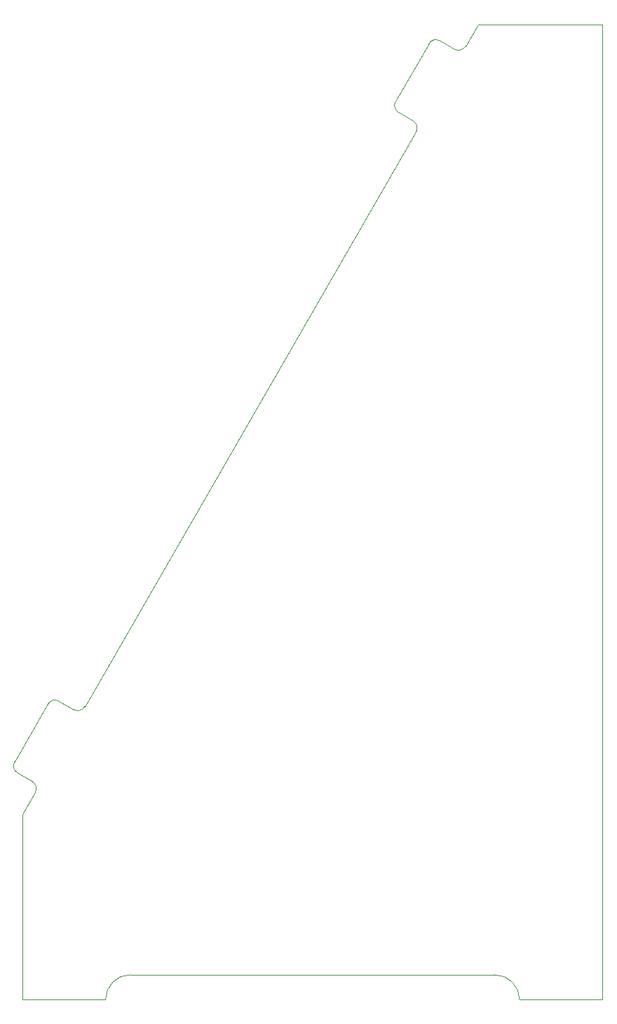
<source format=gm1>
G04*
G04 #@! TF.GenerationSoftware,Altium Limited,Altium Designer,25.5.2 (35)*
G04*
G04 Layer_Color=16711935*
%FSLAX44Y44*%
%MOMM*%
G71*
G04*
G04 #@! TF.SameCoordinates,589546F1-E627-42EA-9645-3D02E78E53F3*
G04*
G04*
G04 #@! TF.FilePolarity,Positive*
G04*
G01*
G75*
%ADD11C,0.0010*%
D11*
X660000D02*
G03*
X630000Y30000I-30000J0D01*
G01*
X190000D02*
G03*
X160000Y0I0J-30000D01*
G01*
X104019Y359944D02*
G03*
X90359Y356283I-5000J-8660D01*
G01*
X50359Y287001D02*
G03*
X54019Y273341I8660J-5000D01*
G01*
X75000Y249681D02*
G03*
X71340Y263341I-8660J5000D01*
G01*
X121340Y349944D02*
G03*
X135000Y353604I5000J8660D01*
G01*
X535000Y1046424D02*
G03*
X531340Y1060084I-8660J5000D01*
G01*
X510359Y1083745D02*
G03*
X514019Y1070084I8660J-5000D01*
G01*
X581340Y1146687D02*
G03*
X595000Y1150347I5000J8660D01*
G01*
X564019Y1156687D02*
G03*
X550359Y1153027I-5000J-8660D01*
G01*
X660000Y0D02*
X760000D01*
X190000Y30000D02*
X630000Y30000D01*
X60000Y0D02*
X160000D01*
X104019Y359944D02*
X121340Y349944D01*
X50359Y287001D02*
X90359Y356283D01*
X54019Y273341D02*
X71340Y263341D01*
X60000Y0D02*
Y223700D01*
X75000Y249681D01*
X760000Y0D02*
Y1176328D01*
X135000Y353604D02*
X535000Y1046424D01*
X514019Y1070084D02*
X531340Y1060084D01*
X510359Y1083745D02*
X550359Y1153027D01*
X564019Y1156687D02*
X581340Y1146687D01*
X595000Y1150347D02*
X610000Y1176328D01*
X760000D01*
M02*

</source>
